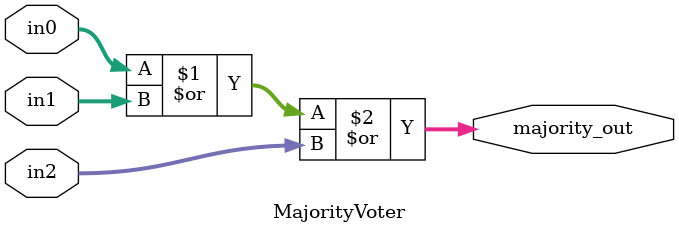
<source format=sv>
module TMR_Recovery #(parameter WIDTH=8) (
    input  [WIDTH-1:0] ch0,
    input  [WIDTH-1:0] ch1,
    input  [WIDTH-1:0] ch2,
    output [WIDTH-1:0] data_out
);

    // Internal wires to hold pairwise majority results
    wire [WIDTH-1:0] pairwise_01;
    wire [WIDTH-1:0] pairwise_12;
    wire [WIDTH-1:0] pairwise_02;

    // Pairwise AND between ch0 and ch1
    PairwiseAnd #(.WIDTH(WIDTH)) u_pairwise_and_01 (
        .a(ch0),
        .b(ch1),
        .and_out(pairwise_01)
    );

    // Pairwise AND between ch1 and ch2
    PairwiseAnd #(.WIDTH(WIDTH)) u_pairwise_and_12 (
        .a(ch1),
        .b(ch2),
        .and_out(pairwise_12)
    );

    // Pairwise AND between ch0 and ch2
    PairwiseAnd #(.WIDTH(WIDTH)) u_pairwise_and_02 (
        .a(ch0),
        .b(ch2),
        .and_out(pairwise_02)
    );

    // Majority voter: OR the three pairwise ANDs
    MajorityVoter #(.WIDTH(WIDTH)) u_majority_voter (
        .in0(pairwise_01),
        .in1(pairwise_12),
        .in2(pairwise_02),
        .majority_out(data_out)
    );

endmodule

//------------------------------------------------------------------------------
// PairwiseAnd: Performs bitwise AND between two input vectors
//------------------------------------------------------------------------------
module PairwiseAnd #(parameter WIDTH=8) (
    input  [WIDTH-1:0] a,
    input  [WIDTH-1:0] b,
    output [WIDTH-1:0] and_out
);
    assign and_out = a & b;
endmodule

//------------------------------------------------------------------------------
// MajorityVoter: Computes bitwise OR of three input vectors (for TMR recovery)
//------------------------------------------------------------------------------
module MajorityVoter #(parameter WIDTH=8) (
    input  [WIDTH-1:0] in0,
    input  [WIDTH-1:0] in1,
    input  [WIDTH-1:0] in2,
    output [WIDTH-1:0] majority_out
);
    assign majority_out = in0 | in1 | in2;
endmodule
</source>
